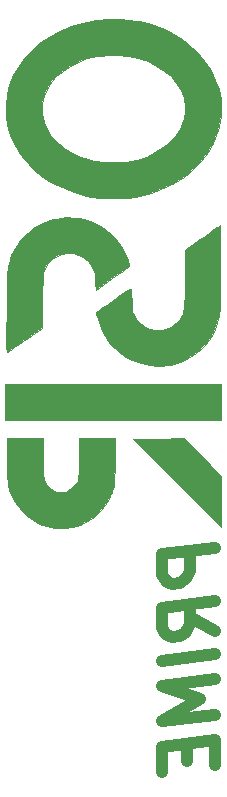
<source format=gbo>
G04 #@! TF.GenerationSoftware,KiCad,Pcbnew,(5.1.6)-1*
G04 #@! TF.CreationDate,2022-01-23T19:06:20-05:00*
G04 #@! TF.ProjectId,KiCad Schematic,4b694361-6420-4536-9368-656d61746963,rev?*
G04 #@! TF.SameCoordinates,Original*
G04 #@! TF.FileFunction,Legend,Bot*
G04 #@! TF.FilePolarity,Positive*
%FSLAX46Y46*%
G04 Gerber Fmt 4.6, Leading zero omitted, Abs format (unit mm)*
G04 Created by KiCad (PCBNEW (5.1.6)-1) date 2022-01-23 19:06:20*
%MOMM*%
%LPD*%
G01*
G04 APERTURE LIST*
%ADD10C,1.000000*%
%ADD11C,0.010000*%
G04 APERTURE END LIST*
D10*
X117735714Y-174316517D02*
X113235714Y-174879017D01*
X113235714Y-176593303D01*
X113450000Y-176995089D01*
X113664285Y-177182589D01*
X114092857Y-177343303D01*
X114735714Y-177262946D01*
X115164285Y-176995089D01*
X115378571Y-176754017D01*
X115592857Y-176298660D01*
X115592857Y-174584375D01*
X117735714Y-181387946D02*
X115592857Y-180155803D01*
X117735714Y-178816517D02*
X113235714Y-179379017D01*
X113235714Y-181093303D01*
X113450000Y-181495089D01*
X113664285Y-181682589D01*
X114092857Y-181843303D01*
X114735714Y-181762946D01*
X115164285Y-181495089D01*
X115378571Y-181254017D01*
X115592857Y-180798660D01*
X115592857Y-179084375D01*
X117735714Y-183316517D02*
X113235714Y-183879017D01*
X117735714Y-185459375D02*
X113235714Y-186021875D01*
X116450000Y-187120089D01*
X113235714Y-189021875D01*
X117735714Y-188459375D01*
X115378571Y-190896875D02*
X115378571Y-192396875D01*
X117735714Y-192745089D02*
X117735714Y-190602232D01*
X113235714Y-191164732D01*
X113235714Y-193307589D01*
D11*
G36*
X100008649Y-137703153D02*
G01*
X100145240Y-138556705D01*
X100398170Y-139394271D01*
X100766428Y-140207551D01*
X101249001Y-140988245D01*
X101844875Y-141728053D01*
X102150621Y-142046311D01*
X102923064Y-142720284D01*
X103785325Y-143308250D01*
X104730392Y-143806380D01*
X105751252Y-144210844D01*
X106544142Y-144445742D01*
X107207046Y-144580902D01*
X107951822Y-144672708D01*
X108741353Y-144720381D01*
X109538523Y-144723140D01*
X110306218Y-144680205D01*
X111007321Y-144590795D01*
X111247750Y-144544644D01*
X112311998Y-144263515D01*
X113311934Y-143890220D01*
X114240496Y-143429826D01*
X115090620Y-142887401D01*
X115855245Y-142268011D01*
X116527309Y-141576725D01*
X117099750Y-140818608D01*
X117555957Y-140018421D01*
X117842215Y-139360325D01*
X118042019Y-138726051D01*
X118170756Y-138063545D01*
X118198645Y-137844250D01*
X118234348Y-137497755D01*
X118251124Y-137220122D01*
X118248803Y-136960866D01*
X118227213Y-136669507D01*
X118193599Y-136359037D01*
X118031583Y-135500884D01*
X117753087Y-134675179D01*
X117365924Y-133888280D01*
X116877904Y-133146546D01*
X116296841Y-132456334D01*
X115630545Y-131824003D01*
X114886829Y-131255912D01*
X114073505Y-130758419D01*
X113198384Y-130337883D01*
X112269278Y-130000661D01*
X111293999Y-129753112D01*
X110280359Y-129601595D01*
X109850750Y-129568441D01*
X109131572Y-129561921D01*
X109131572Y-132595681D01*
X109639012Y-132604411D01*
X110092236Y-132634910D01*
X110327000Y-132664996D01*
X111197404Y-132854902D01*
X112004213Y-133129167D01*
X112739505Y-133481751D01*
X113395358Y-133906610D01*
X113963848Y-134397703D01*
X114437055Y-134948989D01*
X114807054Y-135554425D01*
X115065925Y-136207970D01*
X115091714Y-136298770D01*
X115183649Y-136852437D01*
X115178062Y-137445041D01*
X115076258Y-138035751D01*
X115031235Y-138193500D01*
X114770742Y-138818042D01*
X114396292Y-139401020D01*
X113916009Y-139935879D01*
X113338015Y-140416067D01*
X112670431Y-140835029D01*
X111921382Y-141186212D01*
X111098988Y-141463062D01*
X110920084Y-141510546D01*
X110706990Y-141560978D01*
X110506564Y-141597941D01*
X110293322Y-141623369D01*
X110041780Y-141639194D01*
X109726456Y-141647350D01*
X109321865Y-141649769D01*
X109088750Y-141649461D01*
X108640989Y-141646974D01*
X108294438Y-141640742D01*
X108023313Y-141628468D01*
X107801832Y-141607851D01*
X107604211Y-141576592D01*
X107404667Y-141532393D01*
X107210815Y-141481996D01*
X106359836Y-141204606D01*
X105593730Y-140856975D01*
X104917623Y-140444238D01*
X104336643Y-139971532D01*
X103855917Y-139443990D01*
X103480572Y-138866750D01*
X103215735Y-138244946D01*
X103066534Y-137583714D01*
X103040098Y-137304500D01*
X103064607Y-136665248D01*
X103207955Y-136045734D01*
X103462576Y-135453409D01*
X103820903Y-134895723D01*
X104275372Y-134380127D01*
X104818415Y-133914072D01*
X105442468Y-133505009D01*
X106139964Y-133160390D01*
X106903337Y-132887664D01*
X107720638Y-132695066D01*
X108128717Y-132641512D01*
X108613584Y-132608216D01*
X109131572Y-132595681D01*
X109131572Y-129561921D01*
X108710919Y-129558106D01*
X107604087Y-129653962D01*
X106538313Y-129852395D01*
X105521659Y-130149796D01*
X104562185Y-130542553D01*
X103667951Y-131027054D01*
X102847019Y-131599689D01*
X102107449Y-132256845D01*
X101457301Y-132994913D01*
X101106236Y-133486104D01*
X100645938Y-134295086D01*
X100307043Y-135129581D01*
X100088538Y-135981291D01*
X99989411Y-136841915D01*
X100008649Y-137703153D01*
G37*
X100008649Y-137703153D02*
X100145240Y-138556705D01*
X100398170Y-139394271D01*
X100766428Y-140207551D01*
X101249001Y-140988245D01*
X101844875Y-141728053D01*
X102150621Y-142046311D01*
X102923064Y-142720284D01*
X103785325Y-143308250D01*
X104730392Y-143806380D01*
X105751252Y-144210844D01*
X106544142Y-144445742D01*
X107207046Y-144580902D01*
X107951822Y-144672708D01*
X108741353Y-144720381D01*
X109538523Y-144723140D01*
X110306218Y-144680205D01*
X111007321Y-144590795D01*
X111247750Y-144544644D01*
X112311998Y-144263515D01*
X113311934Y-143890220D01*
X114240496Y-143429826D01*
X115090620Y-142887401D01*
X115855245Y-142268011D01*
X116527309Y-141576725D01*
X117099750Y-140818608D01*
X117555957Y-140018421D01*
X117842215Y-139360325D01*
X118042019Y-138726051D01*
X118170756Y-138063545D01*
X118198645Y-137844250D01*
X118234348Y-137497755D01*
X118251124Y-137220122D01*
X118248803Y-136960866D01*
X118227213Y-136669507D01*
X118193599Y-136359037D01*
X118031583Y-135500884D01*
X117753087Y-134675179D01*
X117365924Y-133888280D01*
X116877904Y-133146546D01*
X116296841Y-132456334D01*
X115630545Y-131824003D01*
X114886829Y-131255912D01*
X114073505Y-130758419D01*
X113198384Y-130337883D01*
X112269278Y-130000661D01*
X111293999Y-129753112D01*
X110280359Y-129601595D01*
X109850750Y-129568441D01*
X109131572Y-129561921D01*
X109131572Y-132595681D01*
X109639012Y-132604411D01*
X110092236Y-132634910D01*
X110327000Y-132664996D01*
X111197404Y-132854902D01*
X112004213Y-133129167D01*
X112739505Y-133481751D01*
X113395358Y-133906610D01*
X113963848Y-134397703D01*
X114437055Y-134948989D01*
X114807054Y-135554425D01*
X115065925Y-136207970D01*
X115091714Y-136298770D01*
X115183649Y-136852437D01*
X115178062Y-137445041D01*
X115076258Y-138035751D01*
X115031235Y-138193500D01*
X114770742Y-138818042D01*
X114396292Y-139401020D01*
X113916009Y-139935879D01*
X113338015Y-140416067D01*
X112670431Y-140835029D01*
X111921382Y-141186212D01*
X111098988Y-141463062D01*
X110920084Y-141510546D01*
X110706990Y-141560978D01*
X110506564Y-141597941D01*
X110293322Y-141623369D01*
X110041780Y-141639194D01*
X109726456Y-141647350D01*
X109321865Y-141649769D01*
X109088750Y-141649461D01*
X108640989Y-141646974D01*
X108294438Y-141640742D01*
X108023313Y-141628468D01*
X107801832Y-141607851D01*
X107604211Y-141576592D01*
X107404667Y-141532393D01*
X107210815Y-141481996D01*
X106359836Y-141204606D01*
X105593730Y-140856975D01*
X104917623Y-140444238D01*
X104336643Y-139971532D01*
X103855917Y-139443990D01*
X103480572Y-138866750D01*
X103215735Y-138244946D01*
X103066534Y-137583714D01*
X103040098Y-137304500D01*
X103064607Y-136665248D01*
X103207955Y-136045734D01*
X103462576Y-135453409D01*
X103820903Y-134895723D01*
X104275372Y-134380127D01*
X104818415Y-133914072D01*
X105442468Y-133505009D01*
X106139964Y-133160390D01*
X106903337Y-132887664D01*
X107720638Y-132695066D01*
X108128717Y-132641512D01*
X108613584Y-132608216D01*
X109131572Y-132595681D01*
X109131572Y-129561921D01*
X108710919Y-129558106D01*
X107604087Y-129653962D01*
X106538313Y-129852395D01*
X105521659Y-130149796D01*
X104562185Y-130542553D01*
X103667951Y-131027054D01*
X102847019Y-131599689D01*
X102107449Y-132256845D01*
X101457301Y-132994913D01*
X101106236Y-133486104D01*
X100645938Y-134295086D01*
X100307043Y-135129581D01*
X100088538Y-135981291D01*
X99989411Y-136841915D01*
X100008649Y-137703153D01*
G36*
X118264500Y-163530000D02*
G01*
X118264500Y-160482000D01*
X99976500Y-160482000D01*
X99976500Y-163530000D01*
X118264500Y-163530000D01*
G37*
X118264500Y-163530000D02*
X118264500Y-160482000D01*
X99976500Y-160482000D01*
X99976500Y-163530000D01*
X118264500Y-163530000D01*
G36*
X114517763Y-168832048D02*
G01*
X118264500Y-172578346D01*
X118264500Y-168265819D01*
X115057750Y-165052187D01*
X112914388Y-165068968D01*
X110771027Y-165085750D01*
X114517763Y-168832048D01*
G37*
X114517763Y-168832048D02*
X118264500Y-172578346D01*
X118264500Y-168265819D01*
X115057750Y-165052187D01*
X112914388Y-165068968D01*
X110771027Y-165085750D01*
X114517763Y-168832048D01*
G36*
X107675008Y-154508793D02*
G01*
X107714659Y-154692619D01*
X107770888Y-154925249D01*
X107780548Y-154963217D01*
X108038580Y-155724730D01*
X108400955Y-156423469D01*
X108857475Y-157051519D01*
X109397945Y-157600968D01*
X110012167Y-158063901D01*
X110689945Y-158432405D01*
X111421082Y-158698567D01*
X112195382Y-158854472D01*
X112846069Y-158894500D01*
X113188759Y-158884475D01*
X113545445Y-158857664D01*
X113858554Y-158818955D01*
X113969329Y-158799076D01*
X114738236Y-158577301D01*
X115454636Y-158245575D01*
X116108499Y-157813634D01*
X116689790Y-157291214D01*
X117188476Y-156688051D01*
X117594525Y-156013882D01*
X117897904Y-155278443D01*
X118011381Y-154876593D01*
X118037987Y-154759243D01*
X118060551Y-154639531D01*
X118079406Y-154506357D01*
X118094883Y-154348622D01*
X118107316Y-154155226D01*
X118117036Y-153915070D01*
X118124377Y-153617053D01*
X118129671Y-153250077D01*
X118133250Y-152803041D01*
X118135446Y-152264846D01*
X118136593Y-151624391D01*
X118137022Y-150870578D01*
X118137055Y-150680889D01*
X118137500Y-147007528D01*
X117957993Y-147124889D01*
X117857233Y-147193124D01*
X117668988Y-147322830D01*
X117409747Y-147502557D01*
X117096003Y-147720853D01*
X116744247Y-147966269D01*
X116465743Y-148161004D01*
X115153000Y-149079758D01*
X115153000Y-151499103D01*
X115152292Y-152174482D01*
X115149058Y-152736476D01*
X115141627Y-153198694D01*
X115128330Y-153574750D01*
X115107499Y-153878253D01*
X115077463Y-154122816D01*
X115036553Y-154322048D01*
X114983101Y-154489563D01*
X114915437Y-154638971D01*
X114831892Y-154783882D01*
X114731382Y-154937045D01*
X114401572Y-155321468D01*
X114011975Y-155606184D01*
X113579519Y-155792697D01*
X113121131Y-155882510D01*
X112653741Y-155877127D01*
X112194277Y-155778051D01*
X111759668Y-155586787D01*
X111366841Y-155304839D01*
X111032725Y-154933709D01*
X110827156Y-154590238D01*
X110768076Y-154456171D01*
X110725815Y-154316704D01*
X110696743Y-154145519D01*
X110677229Y-153916301D01*
X110663642Y-153602733D01*
X110656594Y-153354125D01*
X110643888Y-153007463D01*
X110625779Y-152724325D01*
X110603984Y-152523724D01*
X110580219Y-152424668D01*
X110572022Y-152417500D01*
X110495264Y-152434315D01*
X110375269Y-152489040D01*
X110201795Y-152588090D01*
X109964604Y-152737882D01*
X109653456Y-152944833D01*
X109258110Y-153215358D01*
X108882375Y-153476253D01*
X108536883Y-153720562D01*
X108229247Y-153944528D01*
X107974011Y-154137031D01*
X107785720Y-154286952D01*
X107678919Y-154383172D01*
X107660000Y-154410728D01*
X107675008Y-154508793D01*
G37*
X107675008Y-154508793D02*
X107714659Y-154692619D01*
X107770888Y-154925249D01*
X107780548Y-154963217D01*
X108038580Y-155724730D01*
X108400955Y-156423469D01*
X108857475Y-157051519D01*
X109397945Y-157600968D01*
X110012167Y-158063901D01*
X110689945Y-158432405D01*
X111421082Y-158698567D01*
X112195382Y-158854472D01*
X112846069Y-158894500D01*
X113188759Y-158884475D01*
X113545445Y-158857664D01*
X113858554Y-158818955D01*
X113969329Y-158799076D01*
X114738236Y-158577301D01*
X115454636Y-158245575D01*
X116108499Y-157813634D01*
X116689790Y-157291214D01*
X117188476Y-156688051D01*
X117594525Y-156013882D01*
X117897904Y-155278443D01*
X118011381Y-154876593D01*
X118037987Y-154759243D01*
X118060551Y-154639531D01*
X118079406Y-154506357D01*
X118094883Y-154348622D01*
X118107316Y-154155226D01*
X118117036Y-153915070D01*
X118124377Y-153617053D01*
X118129671Y-153250077D01*
X118133250Y-152803041D01*
X118135446Y-152264846D01*
X118136593Y-151624391D01*
X118137022Y-150870578D01*
X118137055Y-150680889D01*
X118137500Y-147007528D01*
X117957993Y-147124889D01*
X117857233Y-147193124D01*
X117668988Y-147322830D01*
X117409747Y-147502557D01*
X117096003Y-147720853D01*
X116744247Y-147966269D01*
X116465743Y-148161004D01*
X115153000Y-149079758D01*
X115153000Y-151499103D01*
X115152292Y-152174482D01*
X115149058Y-152736476D01*
X115141627Y-153198694D01*
X115128330Y-153574750D01*
X115107499Y-153878253D01*
X115077463Y-154122816D01*
X115036553Y-154322048D01*
X114983101Y-154489563D01*
X114915437Y-154638971D01*
X114831892Y-154783882D01*
X114731382Y-154937045D01*
X114401572Y-155321468D01*
X114011975Y-155606184D01*
X113579519Y-155792697D01*
X113121131Y-155882510D01*
X112653741Y-155877127D01*
X112194277Y-155778051D01*
X111759668Y-155586787D01*
X111366841Y-155304839D01*
X111032725Y-154933709D01*
X110827156Y-154590238D01*
X110768076Y-154456171D01*
X110725815Y-154316704D01*
X110696743Y-154145519D01*
X110677229Y-153916301D01*
X110663642Y-153602733D01*
X110656594Y-153354125D01*
X110643888Y-153007463D01*
X110625779Y-152724325D01*
X110603984Y-152523724D01*
X110580219Y-152424668D01*
X110572022Y-152417500D01*
X110495264Y-152434315D01*
X110375269Y-152489040D01*
X110201795Y-152588090D01*
X109964604Y-152737882D01*
X109653456Y-152944833D01*
X109258110Y-153215358D01*
X108882375Y-153476253D01*
X108536883Y-153720562D01*
X108229247Y-153944528D01*
X107974011Y-154137031D01*
X107785720Y-154286952D01*
X107678919Y-154383172D01*
X107660000Y-154410728D01*
X107675008Y-154508793D01*
G36*
X100056532Y-157028903D02*
G01*
X100060383Y-157365218D01*
X100066505Y-157602461D01*
X100074872Y-157729720D01*
X100080506Y-157748880D01*
X100144683Y-157712954D01*
X100298682Y-157612808D01*
X100528797Y-157457781D01*
X100821319Y-157257210D01*
X101162542Y-157020433D01*
X101538758Y-156756788D01*
X101595750Y-156716637D01*
X103056250Y-155687015D01*
X103088000Y-153337882D01*
X103119750Y-150988750D01*
X103296362Y-150629107D01*
X103577646Y-150184197D01*
X103927197Y-149833908D01*
X104328839Y-149578000D01*
X104766397Y-149416233D01*
X105223695Y-149348369D01*
X105684559Y-149374167D01*
X106132812Y-149493387D01*
X106552280Y-149705791D01*
X106926787Y-150011138D01*
X107240158Y-150409189D01*
X107390898Y-150689773D01*
X107469612Y-150884154D01*
X107523642Y-151084034D01*
X107559804Y-151326081D01*
X107584914Y-151646963D01*
X107591584Y-151769447D01*
X107628250Y-152490855D01*
X109025250Y-151512588D01*
X109510824Y-151168210D01*
X109896308Y-150885320D01*
X110179879Y-150665342D01*
X110359714Y-150509697D01*
X110433988Y-150419808D01*
X110435891Y-150412285D01*
X110424297Y-150286412D01*
X110379999Y-150091501D01*
X110335306Y-149941000D01*
X110032220Y-149214245D01*
X109622139Y-148544158D01*
X109116404Y-147941303D01*
X108526357Y-147416246D01*
X107863339Y-146979551D01*
X107138692Y-146641783D01*
X106612250Y-146472868D01*
X106206771Y-146397350D01*
X105722273Y-146356542D01*
X105201779Y-146350022D01*
X104688314Y-146377368D01*
X104224902Y-146438158D01*
X103958490Y-146498905D01*
X103192526Y-146779792D01*
X102488772Y-147163086D01*
X101856675Y-147639238D01*
X101305681Y-148198696D01*
X100845239Y-148831912D01*
X100484794Y-149529334D01*
X100239552Y-150258500D01*
X100212979Y-150372828D01*
X100190163Y-150497825D01*
X100170633Y-150644724D01*
X100153917Y-150824759D01*
X100139542Y-151049166D01*
X100127039Y-151329178D01*
X100115933Y-151676029D01*
X100105755Y-152100955D01*
X100096031Y-152615188D01*
X100086291Y-153229964D01*
X100076063Y-153956517D01*
X100072230Y-154243125D01*
X100064343Y-154911138D01*
X100058856Y-155534634D01*
X100055742Y-156102700D01*
X100054976Y-156604427D01*
X100056532Y-157028903D01*
G37*
X100056532Y-157028903D02*
X100060383Y-157365218D01*
X100066505Y-157602461D01*
X100074872Y-157729720D01*
X100080506Y-157748880D01*
X100144683Y-157712954D01*
X100298682Y-157612808D01*
X100528797Y-157457781D01*
X100821319Y-157257210D01*
X101162542Y-157020433D01*
X101538758Y-156756788D01*
X101595750Y-156716637D01*
X103056250Y-155687015D01*
X103088000Y-153337882D01*
X103119750Y-150988750D01*
X103296362Y-150629107D01*
X103577646Y-150184197D01*
X103927197Y-149833908D01*
X104328839Y-149578000D01*
X104766397Y-149416233D01*
X105223695Y-149348369D01*
X105684559Y-149374167D01*
X106132812Y-149493387D01*
X106552280Y-149705791D01*
X106926787Y-150011138D01*
X107240158Y-150409189D01*
X107390898Y-150689773D01*
X107469612Y-150884154D01*
X107523642Y-151084034D01*
X107559804Y-151326081D01*
X107584914Y-151646963D01*
X107591584Y-151769447D01*
X107628250Y-152490855D01*
X109025250Y-151512588D01*
X109510824Y-151168210D01*
X109896308Y-150885320D01*
X110179879Y-150665342D01*
X110359714Y-150509697D01*
X110433988Y-150419808D01*
X110435891Y-150412285D01*
X110424297Y-150286412D01*
X110379999Y-150091501D01*
X110335306Y-149941000D01*
X110032220Y-149214245D01*
X109622139Y-148544158D01*
X109116404Y-147941303D01*
X108526357Y-147416246D01*
X107863339Y-146979551D01*
X107138692Y-146641783D01*
X106612250Y-146472868D01*
X106206771Y-146397350D01*
X105722273Y-146356542D01*
X105201779Y-146350022D01*
X104688314Y-146377368D01*
X104224902Y-146438158D01*
X103958490Y-146498905D01*
X103192526Y-146779792D01*
X102488772Y-147163086D01*
X101856675Y-147639238D01*
X101305681Y-148198696D01*
X100845239Y-148831912D01*
X100484794Y-149529334D01*
X100239552Y-150258500D01*
X100212979Y-150372828D01*
X100190163Y-150497825D01*
X100170633Y-150644724D01*
X100153917Y-150824759D01*
X100139542Y-151049166D01*
X100127039Y-151329178D01*
X100115933Y-151676029D01*
X100105755Y-152100955D01*
X100096031Y-152615188D01*
X100086291Y-153229964D01*
X100076063Y-153956517D01*
X100072230Y-154243125D01*
X100064343Y-154911138D01*
X100058856Y-155534634D01*
X100055742Y-156102700D01*
X100054976Y-156604427D01*
X100056532Y-157028903D01*
G36*
X100117221Y-167006625D02*
G01*
X100124167Y-167558291D01*
X100131172Y-167999645D01*
X100139515Y-168347365D01*
X100150474Y-168618133D01*
X100165326Y-168828628D01*
X100185351Y-168995532D01*
X100211826Y-169135524D01*
X100246030Y-169265286D01*
X100289240Y-169401498D01*
X100304140Y-169446082D01*
X100608827Y-170164363D01*
X101014063Y-170812456D01*
X101512436Y-171380619D01*
X102096534Y-171859109D01*
X102185838Y-171919116D01*
X102835710Y-172273314D01*
X103513494Y-172511004D01*
X104206609Y-172636026D01*
X104902475Y-172652220D01*
X105588512Y-172563428D01*
X106252140Y-172373490D01*
X106880778Y-172086246D01*
X107461846Y-171705538D01*
X107982763Y-171235205D01*
X108430950Y-170679088D01*
X108793825Y-170041028D01*
X108865197Y-169880000D01*
X108956394Y-169658026D01*
X109029567Y-169460221D01*
X109086966Y-169268689D01*
X109130842Y-169065535D01*
X109163444Y-168832863D01*
X109187023Y-168552777D01*
X109203828Y-168207382D01*
X109216110Y-167778782D01*
X109226117Y-167249081D01*
X109230449Y-166974875D01*
X109259913Y-165054000D01*
X106206964Y-165054000D01*
X106187357Y-166784375D01*
X106180680Y-167307117D01*
X106173127Y-167718713D01*
X106163578Y-168035016D01*
X106150913Y-168271880D01*
X106134012Y-168445158D01*
X106111754Y-168570702D01*
X106083020Y-168664368D01*
X106049375Y-168737000D01*
X105790128Y-169104185D01*
X105462337Y-169378567D01*
X105084601Y-169551652D01*
X104675518Y-169614947D01*
X104253686Y-169559956D01*
X104249776Y-169558867D01*
X103982736Y-169438411D01*
X103711073Y-169240514D01*
X103468707Y-168997527D01*
X103289562Y-168741798D01*
X103221469Y-168578250D01*
X103199618Y-168431436D01*
X103181222Y-168172468D01*
X103166825Y-167816155D01*
X103156974Y-167377310D01*
X103152214Y-166870743D01*
X103151854Y-166689125D01*
X103151500Y-165054000D01*
X100093812Y-165054000D01*
X100117221Y-167006625D01*
G37*
X100117221Y-167006625D02*
X100124167Y-167558291D01*
X100131172Y-167999645D01*
X100139515Y-168347365D01*
X100150474Y-168618133D01*
X100165326Y-168828628D01*
X100185351Y-168995532D01*
X100211826Y-169135524D01*
X100246030Y-169265286D01*
X100289240Y-169401498D01*
X100304140Y-169446082D01*
X100608827Y-170164363D01*
X101014063Y-170812456D01*
X101512436Y-171380619D01*
X102096534Y-171859109D01*
X102185838Y-171919116D01*
X102835710Y-172273314D01*
X103513494Y-172511004D01*
X104206609Y-172636026D01*
X104902475Y-172652220D01*
X105588512Y-172563428D01*
X106252140Y-172373490D01*
X106880778Y-172086246D01*
X107461846Y-171705538D01*
X107982763Y-171235205D01*
X108430950Y-170679088D01*
X108793825Y-170041028D01*
X108865197Y-169880000D01*
X108956394Y-169658026D01*
X109029567Y-169460221D01*
X109086966Y-169268689D01*
X109130842Y-169065535D01*
X109163444Y-168832863D01*
X109187023Y-168552777D01*
X109203828Y-168207382D01*
X109216110Y-167778782D01*
X109226117Y-167249081D01*
X109230449Y-166974875D01*
X109259913Y-165054000D01*
X106206964Y-165054000D01*
X106187357Y-166784375D01*
X106180680Y-167307117D01*
X106173127Y-167718713D01*
X106163578Y-168035016D01*
X106150913Y-168271880D01*
X106134012Y-168445158D01*
X106111754Y-168570702D01*
X106083020Y-168664368D01*
X106049375Y-168737000D01*
X105790128Y-169104185D01*
X105462337Y-169378567D01*
X105084601Y-169551652D01*
X104675518Y-169614947D01*
X104253686Y-169559956D01*
X104249776Y-169558867D01*
X103982736Y-169438411D01*
X103711073Y-169240514D01*
X103468707Y-168997527D01*
X103289562Y-168741798D01*
X103221469Y-168578250D01*
X103199618Y-168431436D01*
X103181222Y-168172468D01*
X103166825Y-167816155D01*
X103156974Y-167377310D01*
X103152214Y-166870743D01*
X103151854Y-166689125D01*
X103151500Y-165054000D01*
X100093812Y-165054000D01*
X100117221Y-167006625D01*
M02*

</source>
